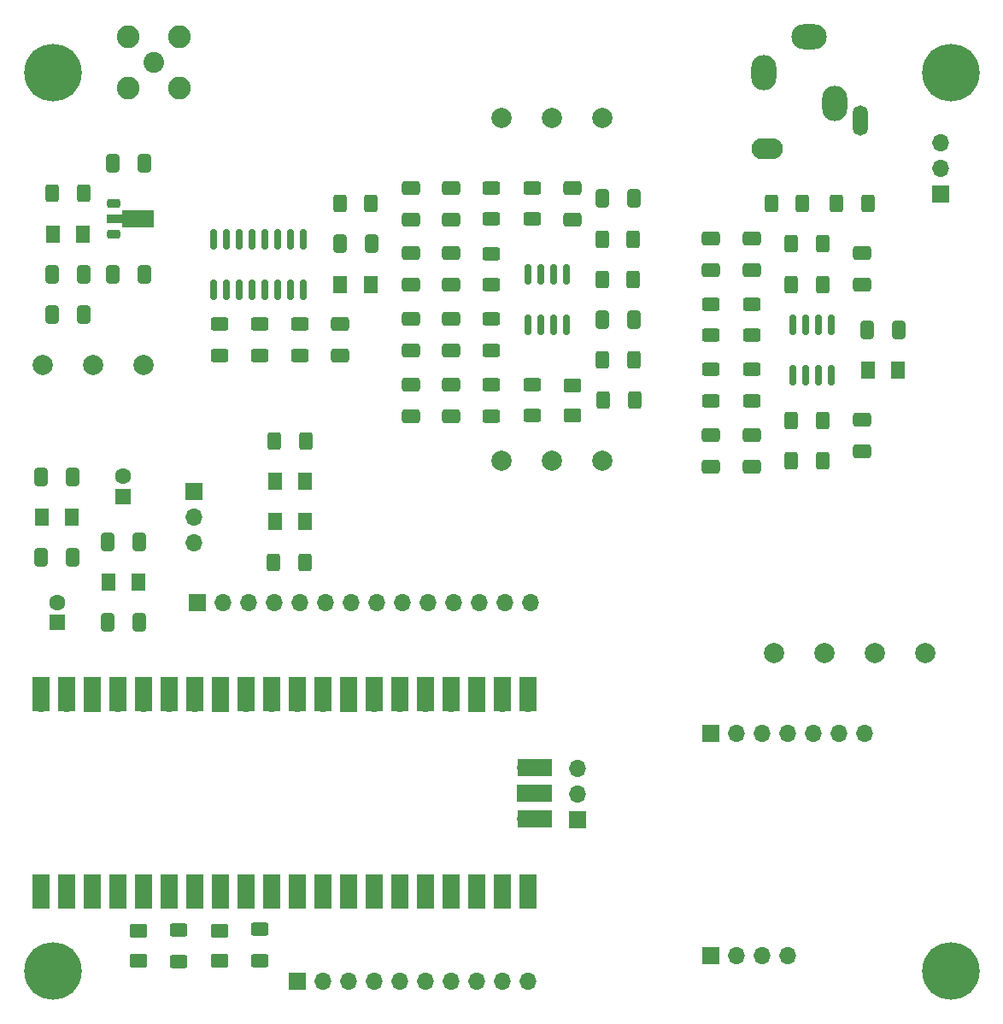
<source format=gts>
G04 #@! TF.GenerationSoftware,KiCad,Pcbnew,8.0.8*
G04 #@! TF.CreationDate,2025-02-28T08:34:03-05:00*
G04 #@! TF.ProjectId,VWS_SDR,5657535f-5344-4522-9e6b-696361645f70,rev?*
G04 #@! TF.SameCoordinates,Original*
G04 #@! TF.FileFunction,Soldermask,Top*
G04 #@! TF.FilePolarity,Negative*
%FSLAX46Y46*%
G04 Gerber Fmt 4.6, Leading zero omitted, Abs format (unit mm)*
G04 Created by KiCad (PCBNEW 8.0.8) date 2025-02-28 08:34:03*
%MOMM*%
%LPD*%
G01*
G04 APERTURE LIST*
G04 Aperture macros list*
%AMRoundRect*
0 Rectangle with rounded corners*
0 $1 Rounding radius*
0 $2 $3 $4 $5 $6 $7 $8 $9 X,Y pos of 4 corners*
0 Add a 4 corners polygon primitive as box body*
4,1,4,$2,$3,$4,$5,$6,$7,$8,$9,$2,$3,0*
0 Add four circle primitives for the rounded corners*
1,1,$1+$1,$2,$3*
1,1,$1+$1,$4,$5*
1,1,$1+$1,$6,$7*
1,1,$1+$1,$8,$9*
0 Add four rect primitives between the rounded corners*
20,1,$1+$1,$2,$3,$4,$5,0*
20,1,$1+$1,$4,$5,$6,$7,0*
20,1,$1+$1,$6,$7,$8,$9,0*
20,1,$1+$1,$8,$9,$2,$3,0*%
%AMFreePoly0*
4,1,9,3.862500,-0.866500,0.737500,-0.866500,0.737500,-0.450000,-0.737500,-0.450000,-0.737500,0.450000,0.737500,0.450000,0.737500,0.866500,3.862500,0.866500,3.862500,-0.866500,3.862500,-0.866500,$1*%
G04 Aperture macros list end*
%ADD10O,1.700000X1.700000*%
%ADD11R,1.700000X3.500000*%
%ADD12R,1.700000X1.700000*%
%ADD13R,3.500000X1.700000*%
%ADD14RoundRect,0.250000X-0.650000X0.412500X-0.650000X-0.412500X0.650000X-0.412500X0.650000X0.412500X0*%
%ADD15RoundRect,0.250001X-0.462499X-0.624999X0.462499X-0.624999X0.462499X0.624999X-0.462499X0.624999X0*%
%ADD16RoundRect,0.250000X-0.412500X-0.650000X0.412500X-0.650000X0.412500X0.650000X-0.412500X0.650000X0*%
%ADD17RoundRect,0.250000X-0.625000X0.400000X-0.625000X-0.400000X0.625000X-0.400000X0.625000X0.400000X0*%
%ADD18C,2.050000*%
%ADD19C,2.250000*%
%ADD20RoundRect,0.250001X0.462499X0.624999X-0.462499X0.624999X-0.462499X-0.624999X0.462499X-0.624999X0*%
%ADD21RoundRect,0.250000X-0.400000X-0.625000X0.400000X-0.625000X0.400000X0.625000X-0.400000X0.625000X0*%
%ADD22C,2.000000*%
%ADD23RoundRect,0.250000X0.400000X0.625000X-0.400000X0.625000X-0.400000X-0.625000X0.400000X-0.625000X0*%
%ADD24RoundRect,0.250000X0.412500X0.650000X-0.412500X0.650000X-0.412500X-0.650000X0.412500X-0.650000X0*%
%ADD25RoundRect,0.250001X-0.624999X0.462499X-0.624999X-0.462499X0.624999X-0.462499X0.624999X0.462499X0*%
%ADD26RoundRect,0.250000X0.650000X-0.412500X0.650000X0.412500X-0.650000X0.412500X-0.650000X-0.412500X0*%
%ADD27C,5.700000*%
%ADD28RoundRect,0.250000X0.625000X-0.400000X0.625000X0.400000X-0.625000X0.400000X-0.625000X-0.400000X0*%
%ADD29RoundRect,0.250001X0.624999X-0.462499X0.624999X0.462499X-0.624999X0.462499X-0.624999X-0.462499X0*%
%ADD30RoundRect,0.150000X0.150000X-0.825000X0.150000X0.825000X-0.150000X0.825000X-0.150000X-0.825000X0*%
%ADD31RoundRect,0.225000X-0.425000X-0.225000X0.425000X-0.225000X0.425000X0.225000X-0.425000X0.225000X0*%
%ADD32FreePoly0,0.000000*%
%ADD33RoundRect,0.150000X-0.150000X0.825000X-0.150000X-0.825000X0.150000X-0.825000X0.150000X0.825000X0*%
%ADD34R,1.600000X1.600000*%
%ADD35C,1.600000*%
%ADD36O,1.500000X3.000000*%
%ADD37O,2.500000X3.500000*%
%ADD38O,3.500000X2.500000*%
%ADD39O,3.100000X2.100000*%
G04 APERTURE END LIST*
D10*
X88340000Y-125280000D03*
D11*
X88340000Y-126180000D03*
D10*
X90880000Y-125280000D03*
D11*
X90880000Y-126180000D03*
D12*
X93420000Y-125280000D03*
D11*
X93420000Y-126180000D03*
D10*
X95960000Y-125280000D03*
D11*
X95960000Y-126180000D03*
D10*
X98500000Y-125280000D03*
D11*
X98500000Y-126180000D03*
D10*
X101040000Y-125280000D03*
D11*
X101040000Y-126180000D03*
D10*
X103580000Y-125280000D03*
D11*
X103580000Y-126180000D03*
D12*
X106120000Y-125280000D03*
D11*
X106120000Y-126180000D03*
D10*
X108660000Y-125280000D03*
D11*
X108660000Y-126180000D03*
D10*
X111200000Y-125280000D03*
D11*
X111200000Y-126180000D03*
D10*
X113740000Y-125280000D03*
D11*
X113740000Y-126180000D03*
D10*
X116280000Y-125280000D03*
D11*
X116280000Y-126180000D03*
D12*
X118820000Y-125280000D03*
D11*
X118820000Y-126180000D03*
D10*
X121360000Y-125280000D03*
D11*
X121360000Y-126180000D03*
D10*
X123900000Y-125280000D03*
D11*
X123900000Y-126180000D03*
D10*
X126440000Y-125280000D03*
D11*
X126440000Y-126180000D03*
D10*
X128980000Y-125280000D03*
D11*
X128980000Y-126180000D03*
D12*
X131520000Y-125280000D03*
D11*
X131520000Y-126180000D03*
D10*
X134060000Y-125280000D03*
D11*
X134060000Y-126180000D03*
D10*
X136600000Y-125280000D03*
D11*
X136600000Y-126180000D03*
D10*
X136600000Y-107500000D03*
D11*
X136600000Y-106600000D03*
D10*
X134060000Y-107500000D03*
D11*
X134060000Y-106600000D03*
D12*
X131520000Y-107500000D03*
D11*
X131520000Y-106600000D03*
D10*
X128980000Y-107500000D03*
D11*
X128980000Y-106600000D03*
D10*
X126440000Y-107500000D03*
D11*
X126440000Y-106600000D03*
D10*
X123900000Y-107500000D03*
D11*
X123900000Y-106600000D03*
D10*
X121360000Y-107500000D03*
D11*
X121360000Y-106600000D03*
D12*
X118820000Y-107500000D03*
D11*
X118820000Y-106600000D03*
D10*
X116280000Y-107500000D03*
D11*
X116280000Y-106600000D03*
D10*
X113740000Y-107500000D03*
D11*
X113740000Y-106600000D03*
D10*
X111200000Y-107500000D03*
D11*
X111200000Y-106600000D03*
D10*
X108660000Y-107500000D03*
D11*
X108660000Y-106600000D03*
D12*
X106120000Y-107500000D03*
D11*
X106120000Y-106600000D03*
D10*
X103580000Y-107500000D03*
D11*
X103580000Y-106600000D03*
D10*
X101040000Y-107500000D03*
D11*
X101040000Y-106600000D03*
D10*
X98500000Y-107500000D03*
D11*
X98500000Y-106600000D03*
D10*
X95960000Y-107500000D03*
D11*
X95960000Y-106600000D03*
D12*
X93420000Y-107500000D03*
D11*
X93420000Y-106600000D03*
D10*
X90880000Y-107500000D03*
D11*
X90880000Y-106600000D03*
D10*
X88340000Y-107500000D03*
D11*
X88340000Y-106600000D03*
D10*
X136370000Y-118930000D03*
D13*
X137270000Y-118930000D03*
D12*
X136370000Y-116390000D03*
D13*
X137270000Y-116390000D03*
D10*
X136370000Y-113850000D03*
D13*
X137270000Y-113850000D03*
D14*
X129000000Y-69437500D03*
X129000000Y-72562500D03*
D15*
X170262500Y-74500000D03*
X173237500Y-74500000D03*
D16*
X94937500Y-91500000D03*
X98062500Y-91500000D03*
D17*
X154750000Y-67950000D03*
X154750000Y-71050000D03*
D18*
X99500000Y-44000000D03*
D19*
X96960000Y-41460000D03*
X96960000Y-46540000D03*
X102040000Y-41460000D03*
X102040000Y-46540000D03*
D20*
X120987500Y-66000000D03*
X118012500Y-66000000D03*
D21*
X111417500Y-93520000D03*
X114517500Y-93520000D03*
D17*
X114000000Y-69950000D03*
X114000000Y-73050000D03*
D22*
X144000000Y-49500000D03*
D21*
X117950000Y-58000000D03*
X121050000Y-58000000D03*
D23*
X170300000Y-58000000D03*
X167200000Y-58000000D03*
D24*
X98062500Y-99500000D03*
X94937500Y-99500000D03*
D12*
X141500000Y-119000000D03*
D10*
X141500000Y-116460000D03*
X141500000Y-113920000D03*
D21*
X160700000Y-58000000D03*
X163800000Y-58000000D03*
D23*
X165800000Y-79500000D03*
X162700000Y-79500000D03*
D12*
X154760000Y-110500000D03*
D10*
X157300000Y-110500000D03*
X159840000Y-110500000D03*
X162380000Y-110500000D03*
X164920000Y-110500000D03*
X167460000Y-110500000D03*
X170000000Y-110500000D03*
D23*
X147050000Y-65500000D03*
X143950000Y-65500000D03*
X147150000Y-77500000D03*
X144050000Y-77500000D03*
D25*
X141000000Y-76012500D03*
X141000000Y-78987500D03*
D14*
X154750000Y-61437500D03*
X154750000Y-64562500D03*
D26*
X125000000Y-79062500D03*
X125000000Y-75937500D03*
D27*
X89500000Y-134000000D03*
D22*
X98500000Y-74000000D03*
X166000000Y-102500000D03*
D28*
X110000000Y-133000000D03*
X110000000Y-129900000D03*
D26*
X169750000Y-82562500D03*
X169750000Y-79437500D03*
D15*
X95012500Y-95500000D03*
X97987500Y-95500000D03*
D27*
X178500000Y-45000000D03*
D14*
X154750000Y-80937500D03*
X154750000Y-84062500D03*
D23*
X165800000Y-66000000D03*
X162700000Y-66000000D03*
D29*
X98000000Y-132987500D03*
X98000000Y-130012500D03*
D30*
X136595000Y-69975000D03*
X137865000Y-69975000D03*
X139135000Y-69975000D03*
X140405000Y-69975000D03*
X140405000Y-65025000D03*
X139135000Y-65025000D03*
X137865000Y-65025000D03*
X136595000Y-65025000D03*
D23*
X147050000Y-61500000D03*
X143950000Y-61500000D03*
D15*
X88450000Y-89044887D03*
X91425000Y-89044887D03*
D12*
X103800000Y-97500000D03*
D10*
X106340000Y-97500000D03*
X108880000Y-97500000D03*
X111420000Y-97500000D03*
X113960000Y-97500000D03*
X116500000Y-97500000D03*
X119040000Y-97500000D03*
X121580000Y-97500000D03*
X124120000Y-97500000D03*
X126660000Y-97500000D03*
X129200000Y-97500000D03*
X131740000Y-97500000D03*
X134280000Y-97500000D03*
X136820000Y-97500000D03*
D22*
X134000000Y-49500000D03*
D27*
X89500000Y-45000000D03*
D14*
X169750000Y-62937500D03*
X169750000Y-66062500D03*
D21*
X111462500Y-81500000D03*
X114562500Y-81500000D03*
D16*
X170187500Y-70500000D03*
X173312500Y-70500000D03*
D14*
X118000000Y-69937500D03*
X118000000Y-73062500D03*
D28*
X133000000Y-72550000D03*
X133000000Y-69450000D03*
D26*
X141000000Y-59562500D03*
X141000000Y-56437500D03*
D12*
X113720000Y-135000000D03*
D10*
X116260000Y-135000000D03*
X118800000Y-135000000D03*
X121340000Y-135000000D03*
X123880000Y-135000000D03*
X126420000Y-135000000D03*
X128960000Y-135000000D03*
X131500000Y-135000000D03*
X134040000Y-135000000D03*
X136580000Y-135000000D03*
D12*
X154700000Y-132500000D03*
D10*
X157240000Y-132500000D03*
X159780000Y-132500000D03*
X162320000Y-132500000D03*
D14*
X129000000Y-62937500D03*
X129000000Y-66062500D03*
D28*
X158750000Y-71050000D03*
X158750000Y-67950000D03*
D14*
X125000000Y-69437500D03*
X125000000Y-72562500D03*
D22*
X93500000Y-74000000D03*
D23*
X165800000Y-62000000D03*
X162700000Y-62000000D03*
D24*
X91500000Y-93044887D03*
X88375000Y-93044887D03*
D16*
X143987500Y-69500000D03*
X147112500Y-69500000D03*
D22*
X144000000Y-83500000D03*
D29*
X106000000Y-132987500D03*
X106000000Y-130012500D03*
D28*
X154750000Y-77550000D03*
X154750000Y-74450000D03*
D26*
X129000000Y-79062500D03*
X129000000Y-75937500D03*
D12*
X177500000Y-57080000D03*
D10*
X177500000Y-54540000D03*
X177500000Y-52000000D03*
D17*
X158750000Y-74450000D03*
X158750000Y-77550000D03*
D22*
X161000000Y-102500000D03*
D28*
X133000000Y-79050000D03*
X133000000Y-75950000D03*
D22*
X176000000Y-102500000D03*
X134000000Y-83500000D03*
D21*
X144000000Y-73500000D03*
X147100000Y-73500000D03*
D31*
X95550000Y-58000000D03*
D32*
X95637500Y-59500000D03*
D31*
X95550000Y-61000000D03*
D33*
X114350000Y-61550000D03*
X113080000Y-61550000D03*
X111810000Y-61550000D03*
X110540000Y-61550000D03*
X109270000Y-61550000D03*
X108000000Y-61550000D03*
X106730000Y-61550000D03*
X105460000Y-61550000D03*
X105460000Y-66500000D03*
X106730000Y-66500000D03*
X108000000Y-66500000D03*
X109270000Y-66500000D03*
X110540000Y-66500000D03*
X111810000Y-66500000D03*
X113080000Y-66500000D03*
X114350000Y-66500000D03*
D16*
X118000000Y-62000000D03*
X121125000Y-62000000D03*
D22*
X139000000Y-49500000D03*
D34*
X96500000Y-87000000D03*
D35*
X96500000Y-85000000D03*
D14*
X129000000Y-56437500D03*
X129000000Y-59562500D03*
D15*
X89512500Y-61000000D03*
X92487500Y-61000000D03*
D24*
X92562500Y-65000000D03*
X89437500Y-65000000D03*
D28*
X137000000Y-79000000D03*
X137000000Y-75900000D03*
D14*
X158750000Y-80937500D03*
X158750000Y-84062500D03*
D20*
X114500000Y-85500000D03*
X111525000Y-85500000D03*
D28*
X106000000Y-73050000D03*
X106000000Y-69950000D03*
D22*
X171000000Y-102500000D03*
D24*
X92562500Y-69000000D03*
X89437500Y-69000000D03*
D28*
X133000000Y-59550000D03*
X133000000Y-56450000D03*
D26*
X125000000Y-66062500D03*
X125000000Y-62937500D03*
D21*
X89450000Y-57000000D03*
X92550000Y-57000000D03*
D28*
X110000000Y-73050000D03*
X110000000Y-69950000D03*
D30*
X162845000Y-74975000D03*
X164115000Y-74975000D03*
X165385000Y-74975000D03*
X166655000Y-74975000D03*
X166655000Y-70025000D03*
X165385000Y-70025000D03*
X164115000Y-70025000D03*
X162845000Y-70025000D03*
D22*
X88500000Y-74000000D03*
D16*
X88375000Y-85044887D03*
X91500000Y-85044887D03*
D34*
X89937500Y-99500000D03*
D35*
X89937500Y-97500000D03*
D22*
X139000000Y-83500000D03*
D23*
X165800000Y-83500000D03*
X162700000Y-83500000D03*
D20*
X114500000Y-89500000D03*
X111525000Y-89500000D03*
D16*
X143937500Y-57500000D03*
X147062500Y-57500000D03*
D14*
X125000000Y-56437500D03*
X125000000Y-59562500D03*
D24*
X98562500Y-65000000D03*
X95437500Y-65000000D03*
D12*
X103500000Y-86500000D03*
D10*
X103500000Y-89040000D03*
X103500000Y-91580000D03*
D28*
X137000000Y-59550000D03*
X137000000Y-56450000D03*
X133000000Y-66050000D03*
X133000000Y-62950000D03*
X102000000Y-133050000D03*
X102000000Y-129950000D03*
D24*
X98562500Y-54000000D03*
X95437500Y-54000000D03*
D36*
X169500000Y-49800000D03*
D37*
X167000000Y-48100000D03*
D38*
X164500000Y-41500000D03*
D37*
X160000000Y-45000000D03*
D39*
X160300000Y-52600000D03*
D26*
X158750000Y-64562500D03*
X158750000Y-61437500D03*
D27*
X178500000Y-134000000D03*
M02*

</source>
